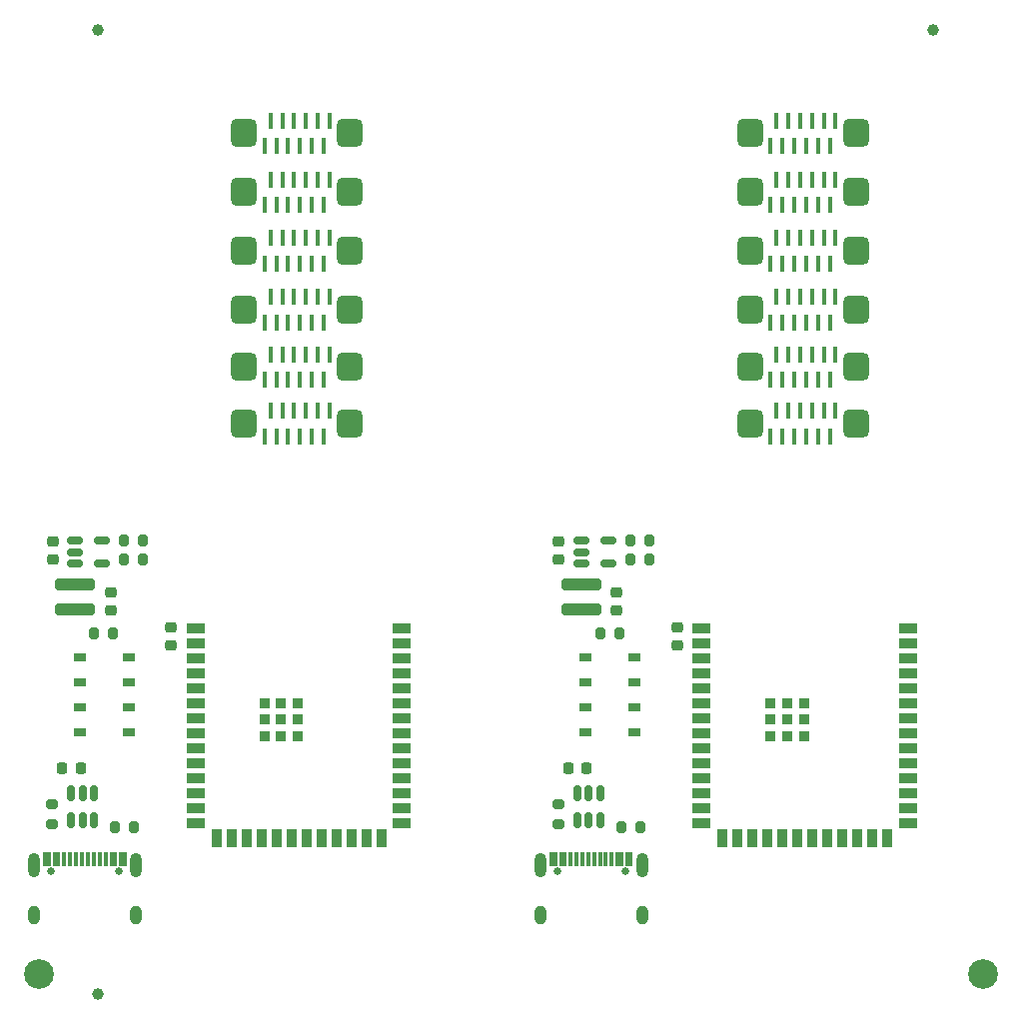
<source format=gbr>
%TF.GenerationSoftware,KiCad,Pcbnew,7.0.5*%
%TF.CreationDate,2023-07-03T18:15:23+02:00*%
%TF.ProjectId,motherboard_panel,6d6f7468-6572-4626-9f61-72645f70616e,rev?*%
%TF.SameCoordinates,Original*%
%TF.FileFunction,Soldermask,Top*%
%TF.FilePolarity,Negative*%
%FSLAX46Y46*%
G04 Gerber Fmt 4.6, Leading zero omitted, Abs format (unit mm)*
G04 Created by KiCad (PCBNEW 7.0.5) date 2023-07-03 18:15:23*
%MOMM*%
%LPD*%
G01*
G04 APERTURE LIST*
G04 Aperture macros list*
%AMRoundRect*
0 Rectangle with rounded corners*
0 $1 Rounding radius*
0 $2 $3 $4 $5 $6 $7 $8 $9 X,Y pos of 4 corners*
0 Add a 4 corners polygon primitive as box body*
4,1,4,$2,$3,$4,$5,$6,$7,$8,$9,$2,$3,0*
0 Add four circle primitives for the rounded corners*
1,1,$1+$1,$2,$3*
1,1,$1+$1,$4,$5*
1,1,$1+$1,$6,$7*
1,1,$1+$1,$8,$9*
0 Add four rect primitives between the rounded corners*
20,1,$1+$1,$2,$3,$4,$5,0*
20,1,$1+$1,$4,$5,$6,$7,0*
20,1,$1+$1,$6,$7,$8,$9,0*
20,1,$1+$1,$8,$9,$2,$3,0*%
G04 Aperture macros list end*
%ADD10R,1.050000X0.650000*%
%ADD11RoundRect,0.200000X-0.200000X-0.275000X0.200000X-0.275000X0.200000X0.275000X-0.200000X0.275000X0*%
%ADD12RoundRect,0.225000X0.250000X-0.225000X0.250000X0.225000X-0.250000X0.225000X-0.250000X-0.225000X0*%
%ADD13RoundRect,0.200000X0.200000X0.275000X-0.200000X0.275000X-0.200000X-0.275000X0.200000X-0.275000X0*%
%ADD14RoundRect,0.100000X-0.100000X-0.575000X0.100000X-0.575000X0.100000X0.575000X-0.100000X0.575000X0*%
%ADD15RoundRect,0.562500X-0.562500X-0.637500X0.562500X-0.637500X0.562500X0.637500X-0.562500X0.637500X0*%
%ADD16RoundRect,0.150000X-0.512500X-0.150000X0.512500X-0.150000X0.512500X0.150000X-0.512500X0.150000X0*%
%ADD17RoundRect,0.225000X-0.225000X-0.250000X0.225000X-0.250000X0.225000X0.250000X-0.225000X0.250000X0*%
%ADD18C,2.510000*%
%ADD19C,0.650000*%
%ADD20R,0.300000X1.150000*%
%ADD21O,1.000000X2.100000*%
%ADD22O,1.000000X1.600000*%
%ADD23RoundRect,0.225000X-0.250000X0.225000X-0.250000X-0.225000X0.250000X-0.225000X0.250000X0.225000X0*%
%ADD24C,1.000000*%
%ADD25RoundRect,0.150000X0.150000X-0.512500X0.150000X0.512500X-0.150000X0.512500X-0.150000X-0.512500X0*%
%ADD26RoundRect,0.250000X-1.450000X0.250000X-1.450000X-0.250000X1.450000X-0.250000X1.450000X0.250000X0*%
%ADD27R,1.500000X0.900000*%
%ADD28R,0.900000X1.500000*%
%ADD29R,0.900000X0.900000*%
%ADD30RoundRect,0.200000X0.275000X-0.200000X0.275000X0.200000X-0.275000X0.200000X-0.275000X-0.200000X0*%
G04 APERTURE END LIST*
D10*
%TO.C,SW1*%
X115675000Y-77775000D03*
X111525000Y-77775000D03*
X115675000Y-75625000D03*
X111525000Y-75625000D03*
%TD*%
D11*
%TO.C,R2*%
X114505000Y-90025000D03*
X116155000Y-90025000D03*
%TD*%
D10*
%TO.C,SW2*%
X111525000Y-79875000D03*
X115675000Y-79875000D03*
X111525000Y-82025000D03*
X115675000Y-82025000D03*
%TD*%
D12*
%TO.C,C4*%
X119250000Y-74650000D03*
X119250000Y-73100000D03*
%TD*%
D13*
%TO.C,R5*%
X157275000Y-73600000D03*
X155625000Y-73600000D03*
%TD*%
D11*
%TO.C,R3*%
X115275000Y-65725000D03*
X116925000Y-65725000D03*
%TD*%
D14*
%TO.C,J3*%
X127200000Y-47250000D03*
X127700000Y-45100000D03*
X128200000Y-47250000D03*
X128700000Y-45100000D03*
X129200000Y-47250000D03*
X129700000Y-45100000D03*
X130200000Y-47250000D03*
X130700000Y-45100000D03*
X131200000Y-47250000D03*
X131700000Y-45100000D03*
X132200000Y-47250000D03*
X132700000Y-45100000D03*
D15*
X125450000Y-46150000D03*
X134450000Y-46150000D03*
%TD*%
D16*
%TO.C,U2*%
X154062500Y-65775000D03*
X154062500Y-66725000D03*
X154062500Y-67675000D03*
X156337500Y-67675000D03*
X156337500Y-65775000D03*
%TD*%
D17*
%TO.C,C1*%
X110055000Y-85025000D03*
X111605000Y-85025000D03*
%TD*%
D11*
%TO.C,R3*%
X158175000Y-65725000D03*
X159825000Y-65725000D03*
%TD*%
D18*
%TO.C,REF\u002A\u002A*%
X108100000Y-102500000D03*
%TD*%
D14*
%TO.C,J5*%
X127200000Y-37300000D03*
X127700000Y-35150000D03*
X128200000Y-37300000D03*
X128700000Y-35150000D03*
X129200000Y-37300000D03*
X129700000Y-35150000D03*
X130200000Y-37300000D03*
X130700000Y-35150000D03*
X131200000Y-37300000D03*
X131700000Y-35150000D03*
X132200000Y-37300000D03*
X132700000Y-35150000D03*
D15*
X125450000Y-36200000D03*
X134450000Y-36200000D03*
%TD*%
D14*
%TO.C,J2*%
X127200000Y-52100000D03*
X127700000Y-49950000D03*
X128200000Y-52100000D03*
X128700000Y-49950000D03*
X129200000Y-52100000D03*
X129700000Y-49950000D03*
X130200000Y-52100000D03*
X130700000Y-49950000D03*
X131200000Y-52100000D03*
X131700000Y-49950000D03*
X132200000Y-52100000D03*
X132700000Y-49950000D03*
D15*
X125450000Y-51000000D03*
X134450000Y-51000000D03*
%TD*%
D14*
%TO.C,J1*%
X127200000Y-56900000D03*
X127700000Y-54750000D03*
X128200000Y-56900000D03*
X128700000Y-54750000D03*
X129200000Y-56900000D03*
X129700000Y-54750000D03*
X130200000Y-56900000D03*
X130700000Y-54750000D03*
X131200000Y-56900000D03*
X131700000Y-54750000D03*
X132200000Y-56900000D03*
X132700000Y-54750000D03*
D15*
X125450000Y-55800000D03*
X134450000Y-55800000D03*
%TD*%
D12*
%TO.C,C4*%
X162150000Y-74650000D03*
X162150000Y-73100000D03*
%TD*%
D19*
%TO.C,J7*%
X109090000Y-93770000D03*
X114870000Y-93770000D03*
D20*
X108630000Y-92705000D03*
X109430000Y-92705000D03*
X110730000Y-92705000D03*
X111730000Y-92705000D03*
X112230000Y-92705000D03*
X113230000Y-92705000D03*
X114530000Y-92705000D03*
X115330000Y-92705000D03*
X115030000Y-92705000D03*
X114230000Y-92705000D03*
X113730000Y-92705000D03*
X112730000Y-92705000D03*
X111230000Y-92705000D03*
X110230000Y-92705000D03*
X109730000Y-92705000D03*
X108930000Y-92705000D03*
D21*
X107660000Y-93270000D03*
D22*
X107660000Y-97450000D03*
D21*
X116300000Y-93270000D03*
D22*
X116300000Y-97450000D03*
%TD*%
D23*
%TO.C,C2*%
X109250000Y-65800000D03*
X109250000Y-67350000D03*
%TD*%
D17*
%TO.C,C1*%
X152955000Y-85025000D03*
X154505000Y-85025000D03*
%TD*%
D24*
%TO.C,KiKit_FID_T_1*%
X113100000Y-22500000D03*
%TD*%
D25*
%TO.C,U1*%
X110830000Y-89450000D03*
X111780000Y-89450000D03*
X112730000Y-89450000D03*
X112730000Y-87175000D03*
X111780000Y-87175000D03*
X110830000Y-87175000D03*
%TD*%
D16*
%TO.C,U2*%
X111162500Y-65775000D03*
X111162500Y-66725000D03*
X111162500Y-67675000D03*
X113437500Y-67675000D03*
X113437500Y-65775000D03*
%TD*%
D26*
%TO.C,L1*%
X154050000Y-69475000D03*
X154050000Y-71575000D03*
%TD*%
D19*
%TO.C,J7*%
X151990000Y-93770000D03*
X157770000Y-93770000D03*
D20*
X151530000Y-92705000D03*
X152330000Y-92705000D03*
X153630000Y-92705000D03*
X154630000Y-92705000D03*
X155130000Y-92705000D03*
X156130000Y-92705000D03*
X157430000Y-92705000D03*
X158230000Y-92705000D03*
X157930000Y-92705000D03*
X157130000Y-92705000D03*
X156630000Y-92705000D03*
X155630000Y-92705000D03*
X154130000Y-92705000D03*
X153130000Y-92705000D03*
X152630000Y-92705000D03*
X151830000Y-92705000D03*
D21*
X150560000Y-93270000D03*
D22*
X150560000Y-97450000D03*
D21*
X159200000Y-93270000D03*
D22*
X159200000Y-97450000D03*
%TD*%
D24*
%TO.C,KiKit_FID_T_2*%
X183900000Y-22500000D03*
%TD*%
D13*
%TO.C,R4*%
X159825000Y-67325000D03*
X158175000Y-67325000D03*
%TD*%
D18*
%TO.C,REF\u002A\u002A*%
X188100000Y-102500000D03*
%TD*%
D13*
%TO.C,R4*%
X116925000Y-67325000D03*
X115275000Y-67325000D03*
%TD*%
D14*
%TO.C,J2*%
X170100000Y-52100000D03*
X170600000Y-49950000D03*
X171100000Y-52100000D03*
X171600000Y-49950000D03*
X172100000Y-52100000D03*
X172600000Y-49950000D03*
X173100000Y-52100000D03*
X173600000Y-49950000D03*
X174100000Y-52100000D03*
X174600000Y-49950000D03*
X175100000Y-52100000D03*
X175600000Y-49950000D03*
D15*
X168350000Y-51000000D03*
X177350000Y-51000000D03*
%TD*%
D11*
%TO.C,R2*%
X157405000Y-90025000D03*
X159055000Y-90025000D03*
%TD*%
D23*
%TO.C,C2*%
X152150000Y-65800000D03*
X152150000Y-67350000D03*
%TD*%
D10*
%TO.C,SW1*%
X158575000Y-77775000D03*
X154425000Y-77775000D03*
X158575000Y-75625000D03*
X154425000Y-75625000D03*
%TD*%
D26*
%TO.C,L1*%
X111150000Y-69475000D03*
X111150000Y-71575000D03*
%TD*%
D25*
%TO.C,U1*%
X153730000Y-89450000D03*
X154680000Y-89450000D03*
X155630000Y-89450000D03*
X155630000Y-87175000D03*
X154680000Y-87175000D03*
X153730000Y-87175000D03*
%TD*%
D14*
%TO.C,J4*%
X170100000Y-42250000D03*
X170600000Y-40100000D03*
X171100000Y-42250000D03*
X171600000Y-40100000D03*
X172100000Y-42250000D03*
X172600000Y-40100000D03*
X173100000Y-42250000D03*
X173600000Y-40100000D03*
X174100000Y-42250000D03*
X174600000Y-40100000D03*
X175100000Y-42250000D03*
X175600000Y-40100000D03*
D15*
X168350000Y-41150000D03*
X177350000Y-41150000D03*
%TD*%
D14*
%TO.C,J1*%
X170100000Y-56900000D03*
X170600000Y-54750000D03*
X171100000Y-56900000D03*
X171600000Y-54750000D03*
X172100000Y-56900000D03*
X172600000Y-54750000D03*
X173100000Y-56900000D03*
X173600000Y-54750000D03*
X174100000Y-56900000D03*
X174600000Y-54750000D03*
X175100000Y-56900000D03*
X175600000Y-54750000D03*
D15*
X168350000Y-55800000D03*
X177350000Y-55800000D03*
%TD*%
D14*
%TO.C,J4*%
X127200000Y-42250000D03*
X127700000Y-40100000D03*
X128200000Y-42250000D03*
X128700000Y-40100000D03*
X129200000Y-42250000D03*
X129700000Y-40100000D03*
X130200000Y-42250000D03*
X130700000Y-40100000D03*
X131200000Y-42250000D03*
X131700000Y-40100000D03*
X132200000Y-42250000D03*
X132700000Y-40100000D03*
D15*
X125450000Y-41150000D03*
X134450000Y-41150000D03*
%TD*%
D14*
%TO.C,J6*%
X170100000Y-32300000D03*
X170600000Y-30150000D03*
X171100000Y-32300000D03*
X171600000Y-30150000D03*
X172100000Y-32300000D03*
X172600000Y-30150000D03*
X173100000Y-32300000D03*
X173600000Y-30150000D03*
X174100000Y-32300000D03*
X174600000Y-30150000D03*
X175100000Y-32300000D03*
X175600000Y-30150000D03*
D15*
X168350000Y-31200000D03*
X177350000Y-31200000D03*
%TD*%
D13*
%TO.C,R5*%
X114375000Y-73600000D03*
X112725000Y-73600000D03*
%TD*%
D27*
%TO.C,U3*%
X121350000Y-73180000D03*
X121350000Y-74450000D03*
X121350000Y-75720000D03*
X121350000Y-76990000D03*
X121350000Y-78260000D03*
X121350000Y-79530000D03*
X121350000Y-80800000D03*
X121350000Y-82070000D03*
X121350000Y-83340000D03*
X121350000Y-84610000D03*
X121350000Y-85880000D03*
X121350000Y-87150000D03*
X121350000Y-88420000D03*
X121350000Y-89690000D03*
D28*
X123115000Y-90940000D03*
X124385000Y-90940000D03*
X125655000Y-90940000D03*
X126925000Y-90940000D03*
X128195000Y-90940000D03*
X129465000Y-90940000D03*
X130735000Y-90940000D03*
X132005000Y-90940000D03*
X133275000Y-90940000D03*
X134545000Y-90940000D03*
X135815000Y-90940000D03*
X137085000Y-90940000D03*
D27*
X138850000Y-89690000D03*
X138850000Y-88420000D03*
X138850000Y-87150000D03*
X138850000Y-85880000D03*
X138850000Y-84610000D03*
X138850000Y-83340000D03*
X138850000Y-82070000D03*
X138850000Y-80800000D03*
X138850000Y-79530000D03*
X138850000Y-78260000D03*
X138850000Y-76990000D03*
X138850000Y-75720000D03*
X138850000Y-74450000D03*
X138850000Y-73180000D03*
D29*
X127200000Y-79500000D03*
X127200000Y-80900000D03*
X127200000Y-82300000D03*
X127200000Y-82300000D03*
X128600000Y-79500000D03*
X128600000Y-79500000D03*
X128600000Y-80900000D03*
X128600000Y-82300000D03*
X130000000Y-79500000D03*
X130000000Y-80900000D03*
X130000000Y-82300000D03*
%TD*%
D12*
%TO.C,C3*%
X157050000Y-71650000D03*
X157050000Y-70100000D03*
%TD*%
D30*
%TO.C,R1*%
X109180000Y-89750000D03*
X109180000Y-88100000D03*
%TD*%
D27*
%TO.C,U3*%
X164250000Y-73180000D03*
X164250000Y-74450000D03*
X164250000Y-75720000D03*
X164250000Y-76990000D03*
X164250000Y-78260000D03*
X164250000Y-79530000D03*
X164250000Y-80800000D03*
X164250000Y-82070000D03*
X164250000Y-83340000D03*
X164250000Y-84610000D03*
X164250000Y-85880000D03*
X164250000Y-87150000D03*
X164250000Y-88420000D03*
X164250000Y-89690000D03*
D28*
X166015000Y-90940000D03*
X167285000Y-90940000D03*
X168555000Y-90940000D03*
X169825000Y-90940000D03*
X171095000Y-90940000D03*
X172365000Y-90940000D03*
X173635000Y-90940000D03*
X174905000Y-90940000D03*
X176175000Y-90940000D03*
X177445000Y-90940000D03*
X178715000Y-90940000D03*
X179985000Y-90940000D03*
D27*
X181750000Y-89690000D03*
X181750000Y-88420000D03*
X181750000Y-87150000D03*
X181750000Y-85880000D03*
X181750000Y-84610000D03*
X181750000Y-83340000D03*
X181750000Y-82070000D03*
X181750000Y-80800000D03*
X181750000Y-79530000D03*
X181750000Y-78260000D03*
X181750000Y-76990000D03*
X181750000Y-75720000D03*
X181750000Y-74450000D03*
X181750000Y-73180000D03*
D29*
X170100000Y-79500000D03*
X170100000Y-80900000D03*
X170100000Y-82300000D03*
X170100000Y-82300000D03*
X171500000Y-79500000D03*
X171500000Y-79500000D03*
X171500000Y-80900000D03*
X171500000Y-82300000D03*
X172900000Y-79500000D03*
X172900000Y-80900000D03*
X172900000Y-82300000D03*
%TD*%
D12*
%TO.C,C3*%
X114150000Y-71650000D03*
X114150000Y-70100000D03*
%TD*%
D30*
%TO.C,R1*%
X152080000Y-89750000D03*
X152080000Y-88100000D03*
%TD*%
D24*
%TO.C,KiKit_FID_T_3*%
X113100000Y-104150000D03*
%TD*%
D14*
%TO.C,J3*%
X170100000Y-47250000D03*
X170600000Y-45100000D03*
X171100000Y-47250000D03*
X171600000Y-45100000D03*
X172100000Y-47250000D03*
X172600000Y-45100000D03*
X173100000Y-47250000D03*
X173600000Y-45100000D03*
X174100000Y-47250000D03*
X174600000Y-45100000D03*
X175100000Y-47250000D03*
X175600000Y-45100000D03*
D15*
X168350000Y-46150000D03*
X177350000Y-46150000D03*
%TD*%
D10*
%TO.C,SW2*%
X154425000Y-79875000D03*
X158575000Y-79875000D03*
X154425000Y-82025000D03*
X158575000Y-82025000D03*
%TD*%
D14*
%TO.C,J5*%
X170100000Y-37300000D03*
X170600000Y-35150000D03*
X171100000Y-37300000D03*
X171600000Y-35150000D03*
X172100000Y-37300000D03*
X172600000Y-35150000D03*
X173100000Y-37300000D03*
X173600000Y-35150000D03*
X174100000Y-37300000D03*
X174600000Y-35150000D03*
X175100000Y-37300000D03*
X175600000Y-35150000D03*
D15*
X168350000Y-36200000D03*
X177350000Y-36200000D03*
%TD*%
D14*
%TO.C,J6*%
X127200000Y-32300000D03*
X127700000Y-30150000D03*
X128200000Y-32300000D03*
X128700000Y-30150000D03*
X129200000Y-32300000D03*
X129700000Y-30150000D03*
X130200000Y-32300000D03*
X130700000Y-30150000D03*
X131200000Y-32300000D03*
X131700000Y-30150000D03*
X132200000Y-32300000D03*
X132700000Y-30150000D03*
D15*
X125450000Y-31200000D03*
X134450000Y-31200000D03*
%TD*%
M02*

</source>
